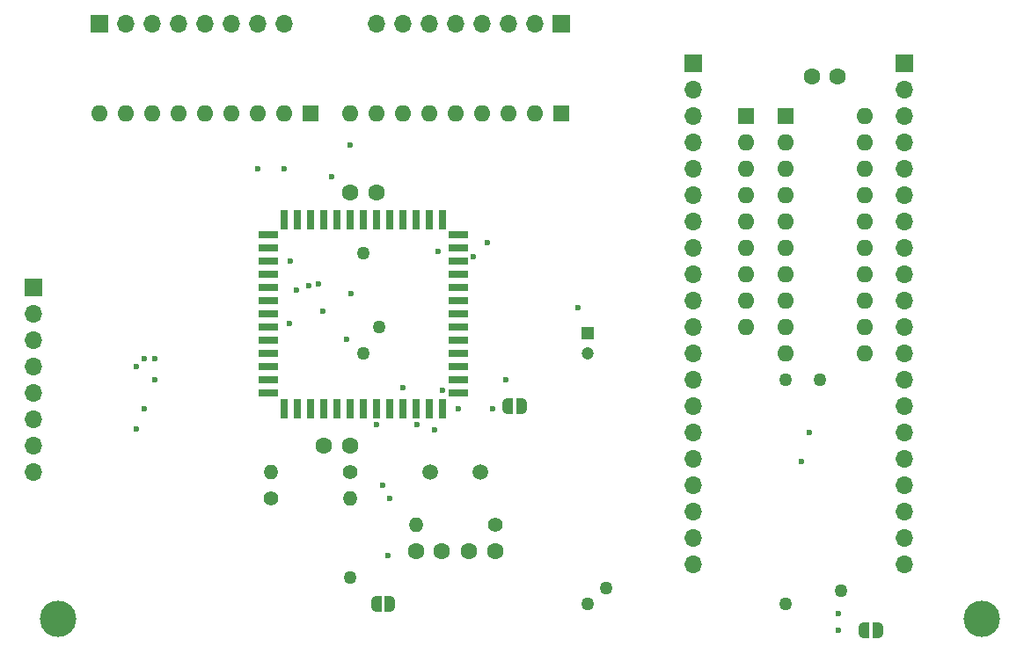
<source format=gts>
G04 #@! TF.GenerationSoftware,KiCad,Pcbnew,(7.0.0)*
G04 #@! TF.CreationDate,2023-09-09T07:47:01+09:00*
G04 #@! TF.ProjectId,MEZ68HC11,4d455a36-3848-4433-9131-2e6b69636164,rev?*
G04 #@! TF.SameCoordinates,PX55d4a80PY9043270*
G04 #@! TF.FileFunction,Soldermask,Top*
G04 #@! TF.FilePolarity,Negative*
%FSLAX46Y46*%
G04 Gerber Fmt 4.6, Leading zero omitted, Abs format (unit mm)*
G04 Created by KiCad (PCBNEW (7.0.0)) date 2023-09-09 07:47:01*
%MOMM*%
%LPD*%
G01*
G04 APERTURE LIST*
G04 Aperture macros list*
%AMFreePoly0*
4,1,19,0.500000,-0.750000,0.000000,-0.750000,0.000000,-0.744911,-0.071157,-0.744911,-0.207708,-0.704816,-0.327430,-0.627875,-0.420627,-0.520320,-0.479746,-0.390866,-0.500000,-0.250000,-0.500000,0.250000,-0.479746,0.390866,-0.420627,0.520320,-0.327430,0.627875,-0.207708,0.704816,-0.071157,0.744911,0.000000,0.744911,0.000000,0.750000,0.500000,0.750000,0.500000,-0.750000,0.500000,-0.750000,
$1*%
%AMFreePoly1*
4,1,19,0.000000,0.744911,0.071157,0.744911,0.207708,0.704816,0.327430,0.627875,0.420627,0.520320,0.479746,0.390866,0.500000,0.250000,0.500000,-0.250000,0.479746,-0.390866,0.420627,-0.520320,0.327430,-0.627875,0.207708,-0.704816,0.071157,-0.744911,0.000000,-0.744911,0.000000,-0.750000,-0.500000,-0.750000,-0.500000,0.750000,0.000000,0.750000,0.000000,0.744911,0.000000,0.744911,
$1*%
G04 Aperture macros list end*
%ADD10FreePoly0,0.000000*%
%ADD11FreePoly1,0.000000*%
%ADD12R,1.600000X1.600000*%
%ADD13O,1.600000X1.600000*%
%ADD14FreePoly0,180.000000*%
%ADD15FreePoly1,180.000000*%
%ADD16R,0.700000X1.925000*%
%ADD17R,1.925000X0.700000*%
%ADD18R,1.700000X1.700000*%
%ADD19O,1.700000X1.700000*%
%ADD20C,1.600000*%
%ADD21C,1.400000*%
%ADD22O,1.400000X1.400000*%
%ADD23C,1.500000*%
%ADD24C,3.500000*%
%ADD25R,1.200000X1.200000*%
%ADD26C,1.200000*%
%ADD27C,1.270000*%
%ADD28C,0.600000*%
G04 APERTURE END LIST*
D10*
X48400000Y24270000D03*
D11*
X49700000Y24270000D03*
D12*
X53509999Y52463999D03*
D13*
X50969999Y52463999D03*
X48429999Y52463999D03*
X45889999Y52463999D03*
X43349999Y52463999D03*
X40809999Y52463999D03*
X38269999Y52463999D03*
X35729999Y52463999D03*
X33189999Y52463999D03*
D14*
X37030000Y5220000D03*
D15*
X35730000Y5220000D03*
D16*
X34459999Y24027499D03*
X35729999Y24027499D03*
X36999999Y24027499D03*
X38269999Y24027499D03*
X39539999Y24027499D03*
X40809999Y24027499D03*
X42079999Y24027499D03*
D17*
X43592499Y25539999D03*
X43592499Y26809999D03*
X43592499Y28079999D03*
X43592499Y29349999D03*
X43592499Y30619999D03*
X43592499Y31889999D03*
X43592499Y33159999D03*
X43592499Y34429999D03*
X43592499Y35699999D03*
X43592499Y36969999D03*
X43592499Y38239999D03*
X43592499Y39509999D03*
X43592499Y40779999D03*
D16*
X42079999Y42292499D03*
X40809999Y42292499D03*
X39539999Y42292499D03*
X38269999Y42292499D03*
X36999999Y42292499D03*
X35729999Y42292499D03*
X34459999Y42292499D03*
X33189999Y42292499D03*
X31919999Y42292499D03*
X30649999Y42292499D03*
X29379999Y42292499D03*
X28109999Y42292499D03*
X26839999Y42292499D03*
D17*
X25327499Y40779999D03*
X25327499Y39509999D03*
X25327499Y38239999D03*
X25327499Y36969999D03*
X25327499Y35699999D03*
X25327499Y34429999D03*
X25327499Y33159999D03*
X25327499Y31889999D03*
X25327499Y30619999D03*
X25327499Y29349999D03*
X25327499Y28079999D03*
X25327499Y26809999D03*
X25327499Y25539999D03*
D16*
X26839999Y24027499D03*
X28109999Y24027499D03*
X29379999Y24027499D03*
X30649999Y24027499D03*
X31919999Y24027499D03*
X33189999Y24027499D03*
D18*
X2709999Y35699999D03*
D19*
X2709999Y33159999D03*
X2709999Y30619999D03*
X2709999Y28079999D03*
X2709999Y25539999D03*
X2709999Y22999999D03*
X2709999Y20459999D03*
X2709999Y17919999D03*
D18*
X86529999Y57289999D03*
D19*
X86529999Y54749999D03*
X86529999Y52209999D03*
X86529999Y49669999D03*
X86529999Y47129999D03*
X86529999Y44589999D03*
X86529999Y42049999D03*
X86529999Y39509999D03*
X86529999Y36969999D03*
X86529999Y34429999D03*
X86529999Y31889999D03*
X86529999Y29349999D03*
X86529999Y26809999D03*
X86529999Y24269999D03*
X86529999Y21729999D03*
X86529999Y19189999D03*
X86529999Y16649999D03*
X86529999Y14109999D03*
X86529999Y11569999D03*
X86529999Y9029999D03*
D18*
X9059999Y61124999D03*
D19*
X11599999Y61124999D03*
X14139999Y61124999D03*
X16679999Y61124999D03*
X19219999Y61124999D03*
X21759999Y61124999D03*
X24299999Y61124999D03*
X26839999Y61124999D03*
D20*
X30690000Y20460000D03*
X33190000Y20460000D03*
D21*
X25570000Y15380000D03*
D22*
X33189999Y15379999D03*
D12*
X29379999Y52463999D03*
D13*
X26839999Y52463999D03*
X24299999Y52463999D03*
X21759999Y52463999D03*
X19219999Y52463999D03*
X16679999Y52463999D03*
X14139999Y52463999D03*
X11599999Y52463999D03*
X9059999Y52463999D03*
D23*
X40900000Y17920000D03*
X45780000Y17920000D03*
D10*
X82690000Y2680000D03*
D11*
X83990000Y2680000D03*
D24*
X5080000Y3835400D03*
D18*
X66209999Y57289999D03*
D19*
X66209999Y54749999D03*
X66209999Y52209999D03*
X66209999Y49669999D03*
X66209999Y47129999D03*
X66209999Y44589999D03*
X66209999Y42049999D03*
X66209999Y39509999D03*
X66209999Y36969999D03*
X66209999Y34429999D03*
X66209999Y31889999D03*
X66209999Y29349999D03*
X66209999Y26809999D03*
X66209999Y24269999D03*
X66209999Y21729999D03*
X66209999Y19189999D03*
X66209999Y16649999D03*
X66209999Y14109999D03*
X66209999Y11569999D03*
X66209999Y9029999D03*
D18*
X53509999Y61099999D03*
D19*
X50969999Y61099999D03*
X48429999Y61099999D03*
X45889999Y61099999D03*
X43349999Y61099999D03*
X40809999Y61099999D03*
X38269999Y61099999D03*
X35729999Y61099999D03*
D20*
X47160000Y10300000D03*
X44660000Y10300000D03*
D12*
X75099999Y52204999D03*
D13*
X75099999Y49664999D03*
X75099999Y47124999D03*
X75099999Y44584999D03*
X75099999Y42044999D03*
X75099999Y39504999D03*
X75099999Y36964999D03*
X75099999Y34424999D03*
X75099999Y31884999D03*
X75099999Y29344999D03*
X82719999Y29344999D03*
X82719999Y31884999D03*
X82719999Y34424999D03*
X82719999Y36964999D03*
X82719999Y39504999D03*
X82719999Y42044999D03*
X82719999Y44584999D03*
X82719999Y47124999D03*
X82719999Y49664999D03*
X82719999Y52204999D03*
D20*
X80140000Y56020000D03*
X77640000Y56020000D03*
D25*
X56049999Y31349999D03*
D26*
X56050000Y29350000D03*
D21*
X33190000Y17920000D03*
D22*
X25569999Y17919999D03*
D21*
X47160000Y12840000D03*
D22*
X39539999Y12839999D03*
D24*
X93980000Y3810000D03*
D20*
X39540000Y10300000D03*
X42040000Y10300000D03*
D12*
X71289999Y52209999D03*
D13*
X71289999Y49669999D03*
X71289999Y47129999D03*
X71289999Y44589999D03*
X71289999Y42049999D03*
X71289999Y39509999D03*
X71289999Y36969999D03*
X71289999Y34429999D03*
X71289999Y31889999D03*
D20*
X35730000Y44844000D03*
X33230000Y44844000D03*
D27*
X35984000Y31890000D03*
D28*
X31412000Y46368000D03*
X36365000Y16650000D03*
D27*
X57828000Y6744000D03*
X80434000Y6490000D03*
D28*
X27442000Y38244000D03*
D27*
X78402000Y26810000D03*
X33190000Y7760000D03*
X34460000Y39002000D03*
D28*
X33230000Y49416000D03*
D27*
X56050000Y5220000D03*
X75100000Y5220000D03*
X34460000Y29350000D03*
X75100000Y26810000D03*
D28*
X33311000Y35110000D03*
X39610000Y22559000D03*
X55155000Y33791000D03*
X41360000Y21983000D03*
X45073000Y38704000D03*
X76624000Y18936000D03*
X77386000Y21730000D03*
X46398000Y40018000D03*
X48176000Y26810000D03*
X32876000Y30760000D03*
X27381000Y32280000D03*
X30567000Y33484000D03*
X28028000Y35517000D03*
X29259000Y35940000D03*
X30169000Y36036000D03*
X80180000Y4331000D03*
X35730000Y22492000D03*
X41710000Y39198000D03*
X42080000Y25794000D03*
X43604000Y24016000D03*
X46906000Y24016000D03*
X36838000Y9873000D03*
X26834235Y47130000D03*
X24300000Y47130000D03*
X80180000Y2680000D03*
X38270000Y26048000D03*
X14394000Y28842000D03*
X14394000Y26810000D03*
X13378000Y24027500D03*
X13378000Y28842000D03*
X12616000Y22077000D03*
X12616000Y28080000D03*
X37000000Y15380000D03*
M02*

</source>
